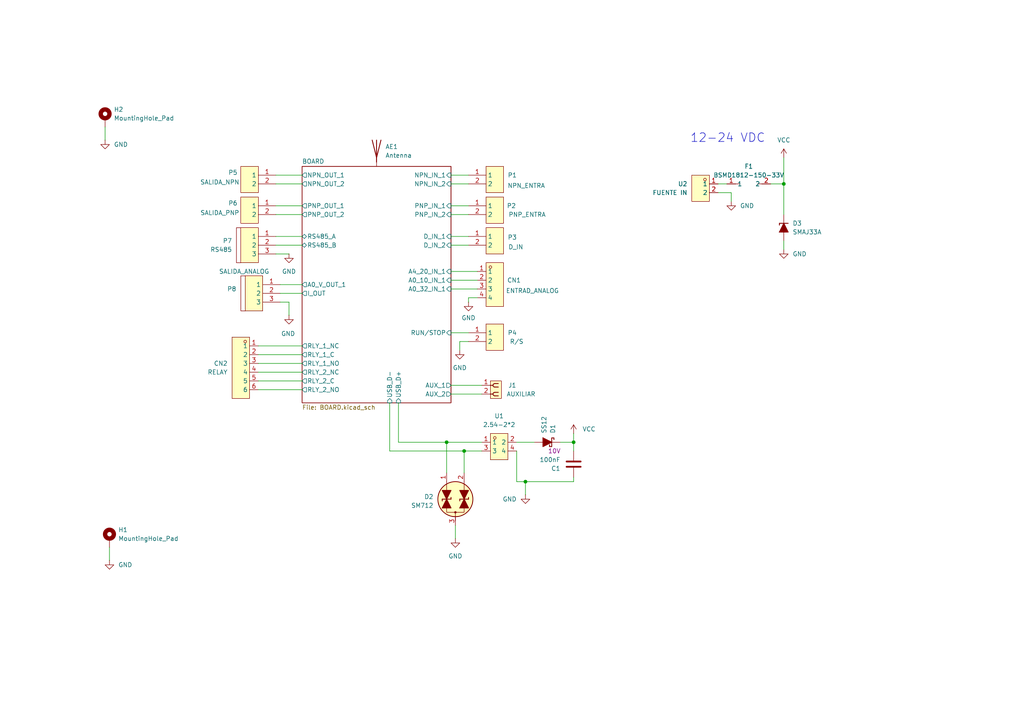
<source format=kicad_sch>
(kicad_sch (version 20250114) (generator "eeschema") (generator_version "9.0")
  (paper "A4")
  (lib_symbols
    (symbol "EasyEDA:2.54-2*2"
      (property "Reference" "U" (at 0 6.35 0))
      (property "Value" "2.54-2*2" (at 0 -6.35 0))
      (symbol "2.54-2*2_0_1"
        (rectangle (start -2.54 3.81) (end 2.54 -3.81) (fill (type background)))
        (circle (center -1.27 2.54) (radius 0.38))
        (pin unspecified line (at -5.08 1.27 0) (length 2.54) (name "1") (number "1"))
        (pin unspecified line (at -5.08 -1.27 0) (length 2.54) (name "3") (number "3"))
        (pin unspecified line (at 5.08 1.27 180) (length 2.54) (name "2") (number "2"))
        (pin unspecified line (at 5.08 -1.27 180) (length 2.54) (name "4") (number "4"))
      )
    )
    (symbol "EasyEDA:Antenna" (pin_numbers (hide yes)) (pin_names (offset 1.016) (hide yes))
      (property "Reference" "AE" (at -1.905 1.905 0))
      (property "Value" "Antenna" (at -1.905 0 0))
      (symbol "Antenna_0_1"
        (polyline (pts (xy 0 2.54) (xy 0 -3.81)) (stroke (width 0.254)))
        (polyline (pts (xy 1.27 2.54) (xy 0 -2.54) (xy -1.27 2.54)) (stroke (width 0.254)))
      )
      (symbol "Antenna_1_1"
        (pin input line (at 0 -5.08 90) (length 2.54) (name "A") (number "1"))
      )
    )
    (symbol "EasyEDA:BSMD1812-150-33V"
      (property "Reference" "F" (at 0 5.08 0))
      (property "Value" "BSMD1812-150-33V" (at 0 -5.08 0))
      (symbol "BSMD1812-150-33V_0_1"
        (polyline (pts (xy -2.54 0) (xy -1.27 0)))
        (polyline (pts (xy -1.27 0)) (fill (type background)))
        (polyline (pts (xy 3.81 0) (xy 5.08 0)))
        (pin unspecified line (at -5.08 0 0) (length 2.54) (name "1") (number "1"))
        (pin unspecified line (at 7.62 0 180) (length 2.54) (name "2") (number "2"))
      )
    )
    (symbol "EasyEDA:C_0603" (pin_numbers (hide yes)) (pin_names (offset 0.254))
      (property "Reference" "C" (at 0.635 2.54 0))
      (property "Value" "C_0603" (at 0.635 -2.54 0))
      (symbol "C_0603_0_1"
        (polyline (pts (xy -2.032 0.762) (xy 2.032 0.762)) (stroke (width 0.508)))
        (polyline (pts (xy -2.032 -0.762) (xy 2.032 -0.762)) (stroke (width 0.508)))
      )
      (symbol "C_0603_0_2"
        (polyline (pts (xy -2.54 -2.54) (xy -0.381 -0.381)))
        (polyline (pts (xy -0.508 -0.508) (xy -1.651 0.635)) (stroke (width 0.508)))
        (polyline (pts (xy -0.508 -0.508) (xy 0.635 -1.651)) (stroke (width 0.508)))
        (polyline (pts (xy 0.381 0.381) (xy 2.54 2.54)))
        (polyline (pts (xy 0.508 0.508) (xy -0.635 1.651)) (stroke (width 0.508)))
        (polyline (pts (xy 0.508 0.508) (xy 1.651 -0.635)) (stroke (width 0.508)))
      )
      (symbol "C_0603_1_1"
        (pin passive line (at 0 3.81 270) (length 2.794) (name "~") (number "1"))
        (pin passive line (at 0 -3.81 90) (length 2.794) (name "~") (number "2"))
      )
      (symbol "C_0603_1_2"
        (pin passive line (at -2.54 -2.54 90) (length 0) (name "~") (number "2"))
        (pin passive line (at 2.54 2.54 270) (length 0) (name "~") (number "1"))
      )
    )
    (symbol "EasyEDA:DB128V-5.08-4P-GN-S"
      (property "Reference" "CN" (at 0 8.89 0))
      (property "Value" "DB128V-5.08-4P-GN-S" (at 0 -8.89 0))
      (symbol "DB128V-5.08-4P-GN-S_0_1"
        (rectangle (start -2.54 6.35) (end 2.54 -6.35) (fill (type background)))
        (circle (center -1.27 5.08) (radius 0.38))
        (pin unspecified line (at -5.08 3.81 0) (length 2.54) (name "1") (number "1"))
        (pin unspecified line (at -5.08 1.27 0) (length 2.54) (name "2") (number "2"))
        (pin unspecified line (at -5.08 -1.27 0) (length 2.54) (name "3") (number "3"))
        (pin unspecified line (at -5.08 -3.81 0) (length 2.54) (name "4") (number "4"))
      )
    )
    (symbol "EasyEDA:DB128V-5.08-6P-GN-S"
      (property "Reference" "CN" (at 0 11.43 0))
      (property "Value" "DB128V-5.08-6P-GN-S" (at 0 -11.43 0))
      (symbol "DB128V-5.08-6P-GN-S_0_1"
        (rectangle (start -2.54 8.89) (end 2.54 -8.89) (fill (type background)))
        (circle (center -1.27 7.62) (radius 0.38))
        (pin unspecified line (at -5.08 6.35 0) (length 2.54) (name "1") (number "1"))
        (pin unspecified line (at -5.08 3.81 0) (length 2.54) (name "2") (number "2"))
        (pin unspecified line (at -5.08 1.27 0) (length 2.54) (name "3") (number "3"))
        (pin unspecified line (at -5.08 -1.27 0) (length 2.54) (name "4") (number "4"))
        (pin unspecified line (at -5.08 -3.81 0) (length 2.54) (name "5") (number "5"))
        (pin unspecified line (at -5.08 -6.35 0) (length 2.54) (name "6") (number "6"))
      )
    )
    (symbol "EasyEDA:GND" (power) (pin_numbers (hide yes)) (pin_names (offset 0) (hide yes))
      (property "Value" "GND" (at 0 -3.81 0))
      (symbol "GND_0_1"
        (polyline (pts (xy 0 0) (xy 0 -1.27) (xy 1.27 -1.27) (xy 0 -2.54) (xy -1.27 -1.27) (xy 0 -1.27)))
      )
      (symbol "GND_1_1"
        (pin power_in line (at 0 0 270) (length 0) (name "~") (number "1"))
      )
    )
    (symbol "EasyEDA:MountingHole_Pad" (pin_numbers (hide yes)) (pin_names (offset 1.016) (hide yes)) (in_bom no)
      (property "Reference" "H" (at 0 6.35 0))
      (property "Value" "MountingHole_Pad" (at 0 4.445 0))
      (symbol "MountingHole_Pad_0_1"
        (circle (center 0 1.27) (radius 1.27) (stroke (width 1.27)))
      )
      (symbol "MountingHole_Pad_1_1"
        (pin input line (at 0 -2.54 90) (length 2.54) (name "1") (number "1"))
      )
    )
    (symbol "EasyEDA:PINHD_1x2_Female"
      (property "Reference" "J" (at 0 7.62 0))
      (property "Value" "PINHD_1x2_Female" (at 0 5.08 0))
      (symbol "PINHD_1x2_Female_0_1"
        (rectangle (start -1.27 2.54) (end 1.905 -2.54) (fill (type background)))
        (polyline (pts (xy -1.27 1.27) (xy -0.508 1.27)) (stroke (width 0.25)))
        (polyline (pts (xy -1.27 -1.27) (xy -0.508 -1.27)) (stroke (width 0.25)))
        (polyline (pts (xy 0 1.778) (xy 1.016 1.778)) (stroke (width 0.25)))
        (arc (start -0.508 1.27) (mid -0.3592 1.6292) (end 0 1.778) (stroke (width 0.25)))
        (arc (start 0 0.762) (mid -0.3592 0.9108) (end -0.508 1.27) (stroke (width 0.25)))
        (polyline (pts (xy 0 0.762) (xy 1.016 0.762)) (stroke (width 0.25)))
        (polyline (pts (xy 0 -0.762) (xy 1.016 -0.762)) (stroke (width 0.25)))
        (arc (start -0.508 -1.27) (mid -0.3592 -0.9108) (end 0 -0.762) (stroke (width 0.25)))
        (arc (start 0 -1.778) (mid -0.3592 -1.6292) (end -0.508 -1.27) (stroke (width 0.25)))
        (polyline (pts (xy 0 -1.778) (xy 1.016 -1.778)) (stroke (width 0.25)))
      )
      (symbol "PINHD_1x2_Female_1_1"
        (pin passive line (at -3.81 1.27 0) (length 2.54) (name "") (number "1"))
        (pin passive line (at -3.81 -1.27 0) (length 2.54) (name "") (number "2"))
      )
    )
    (symbol "EasyEDA:SM712" (pin_names (offset 1.016) (hide yes))
      (property "Reference" "D" (at 0 8.89 0))
      (property "Value" "SM712" (at 0 6.35 0))
      (symbol "SM712_0_1"
        (polyline (pts (xy -6.35 0) (xy -3.81 0)))
        (circle (center -3.81 0) (radius 0.254) (fill (type outline)))
        (polyline (pts (xy -2.54 2.54) (xy -3.81 2.54) (xy -3.81 -2.54) (xy -2.54 -2.54)))
        (circle (center 0 0) (radius 5.08) (stroke (width 0.254)) (fill (type background)))
        (polyline (pts (xy 2.54 2.54) (xy 5.08 2.54)))
        (polyline (pts (xy 2.54 -2.54) (xy 5.08 -2.54)))
      )
      (symbol "SM712_0_2"
        (polyline (pts (xy -2.54 5.08) (xy -2.54 -5.08)) (stroke (width 0.254)))
        (polyline (pts (xy -2.54 0) (xy 0 0)))
        (polyline (pts (xy 0 6.35) (xy 0 7.62)))
        (arc (start -2.54 5.08) (mid 0 7.5976) (end 2.54 5.08) (stroke (width 0.254)))
        (polyline (pts (xy 0 1.27) (xy 0 -1.27)))
        (circle (center 0 0) (radius 0.254) (fill (type outline)))
        (arc (start 2.54 -5.08) (mid 0 -7.5976) (end -2.54 -5.08) (stroke (width 0.254)))
        (polyline (pts (xy 0 -6.35) (xy 0 -7.62)))
        (polyline (pts (xy 0 -7.62) (xy -1.016 -7.366) (xy -1.778 -6.858) (xy -2.286 -6.096) (xy -2.54 -5.588) (xy -2.54 5.334) (xy -2.286 6.096) (xy -2.032 6.604) (xy -1.524 7.112) (xy -0.254 7.62) (xy 0.254 7.62) (xy 1.524 7.112) (xy 2.032 6.604) (xy 2.286 6.096) (xy 2.54 5.334) (xy 2.54 0.254) (xy 2.54 -5.334) (xy 2.286 -6.096) (xy 2.032 -6.604) (xy 1.524 -7.112) (xy 1.016 -7.366) (xy 0 -7.62)) (stroke (width 0.01)) (fill (type background)))
        (polyline (pts (xy 2.54 -5.08) (xy 2.54 5.08)) (stroke (width 0.254)))
      )
      (symbol "SM712_1_1"
        (polyline (pts (xy -2.54 1.27) (xy -2.54 3.81) (xy 0 2.54) (xy -2.54 1.27)) (stroke (width 0.254)) (fill (type outline)))
        (polyline (pts (xy -2.54 -3.81) (xy -2.54 -1.27) (xy 0 -2.54) (xy -2.54 -3.81)) (stroke (width 0.254)) (fill (type outline)))
        (polyline (pts (xy -1.27 2.54) (xy 1.27 2.54)))
        (polyline (pts (xy -1.27 -2.54) (xy 1.27 -2.54)))
        (polyline (pts (xy 0 3.81) (xy 0.508 3.81)) (stroke (width 0.254)))
        (polyline (pts (xy 0 2.54) (xy 2.54 1.27) (xy 2.54 3.81) (xy 0 2.54)) (stroke (width 0.254)) (fill (type outline)))
        (polyline (pts (xy 0 1.27) (xy -0.508 1.27)) (stroke (width 0.254)))
        (polyline (pts (xy 0 1.27) (xy 0 3.81)) (stroke (width 0.254)))
        (polyline (pts (xy 0 -1.27) (xy 0.508 -1.27)) (stroke (width 0.254)))
        (polyline (pts (xy 0 -2.54) (xy 2.54 -3.81) (xy 2.54 -1.27) (xy 0 -2.54)) (stroke (width 0.254)) (fill (type outline)))
        (polyline (pts (xy 0 -3.81) (xy -0.508 -3.81)) (stroke (width 0.254)))
        (polyline (pts (xy 0 -3.81) (xy 0 -1.27)) (stroke (width 0.254)))
        (pin passive line (at -7.62 0 0) (length 2.54) (name "Com") (number "3"))
        (pin passive line (at 7.62 2.54 180) (length 2.54) (name "A2") (number "2"))
        (pin passive line (at 7.62 -2.54 180) (length 2.54) (name "A1") (number "1"))
      )
      (symbol "SM712_1_2"
        (polyline (pts (xy -1.27 3.81) (xy -1.27 4.318)) (stroke (width 0.254)))
        (polyline (pts (xy -1.27 -3.81) (xy -1.27 -3.302)) (stroke (width 0.254)))
        (polyline (pts (xy 0 3.81) (xy 1.27 6.35) (xy -1.27 6.35) (xy 0 3.81)) (stroke (width 0.254)) (fill (type outline)))
        (polyline (pts (xy 0 -3.81) (xy 1.27 -1.27) (xy -1.27 -1.27) (xy 0 -3.81)) (stroke (width 0.254)) (fill (type outline)))
        (polyline (pts (xy 1.27 3.81) (xy -1.27 3.81)) (stroke (width 0.254)))
        (polyline (pts (xy 1.27 3.81) (xy 1.27 3.302)) (stroke (width 0.254)))
        (polyline (pts (xy 1.27 1.27) (xy -1.27 1.27) (xy 0 3.81) (xy 1.27 1.27)) (stroke (width 0.254)) (fill (type outline)))
        (polyline (pts (xy 1.27 -3.81) (xy -1.27 -3.81)) (stroke (width 0.254)))
        (polyline (pts (xy 1.27 -3.81) (xy 1.27 -4.318)) (stroke (width 0.254)))
        (polyline (pts (xy 1.27 -6.35) (xy -1.27 -6.35) (xy 0 -3.81) (xy 1.27 -6.35)) (stroke (width 0.254)) (fill (type outline)))
        (pin passive line (at -5.08 0 0) (length 2.54) (name "Com") (number "3"))
        (pin passive line (at 0 10.16 270) (length 2.54) (name "A2") (number "2"))
        (pin passive line (at 0 -10.16 90) (length 2.54) (name "A1") (number "1"))
      )
    )
    (symbol "EasyEDA:SMAJ33A" (pin_numbers (hide yes)) (pin_names (offset 1.016) (hide yes))
      (property "Reference" "D" (at 0 5.08 0))
      (property "Value" "SMAJ33A" (at 0 2.54 0))
      (symbol "SMAJ33A_0_1"
        (polyline (pts (xy -1.27 1.27) (xy -1.27 -1.27) (xy 1.27 0) (xy -1.27 1.27)) (stroke (width 0.254)) (fill (type outline)))
        (polyline (pts (xy -1.27 0) (xy 1.27 0)))
        (polyline (pts (xy 1.27 1.27) (xy 0.762 1.27)) (stroke (width 0.254)))
        (polyline (pts (xy 1.27 -1.27) (xy 1.27 1.27)) (stroke (width 0.254)))
      )
      (symbol "SMAJ33A_0_2"
        (polyline (pts (xy -2.54 -2.54) (xy 2.54 2.54)))
        (polyline (pts (xy -0.889 -0.889) (xy -1.778 0) (xy 0.889 0.889) (xy 0 -1.778) (xy -0.889 -0.889)) (stroke (width 0.254)) (fill (type outline)))
        (polyline (pts (xy 0 1.778) (xy -0.381 1.397)) (stroke (width 0.254)))
        (polyline (pts (xy 0 1.778) (xy 1.778 0)) (stroke (width 0.254)))
      )
      (symbol "SMAJ33A_1_1"
        (pin passive line (at -3.81 0 0) (length 2.54) (name "A") (number "2"))
        (pin passive line (at 3.81 0 180) (length 2.54) (name "K") (number "1"))
      )
      (symbol "SMAJ33A_1_2"
        (pin passive line (at -2.54 -2.54 0) (length 0) (name "A") (number "2"))
        (pin passive line (at 2.54 2.54 180) (length 0) (name "K") (number "1"))
      )
    )
    (symbol "EasyEDA:SS12" (pin_numbers (hide yes)) (pin_names (offset 1.016) (hide yes))
      (property "Reference" "D" (at 0 5.08 0))
      (property "Value" "SS12" (at 0 2.54 0))
      (symbol "SS12_0_1"
        (polyline (pts (xy -1.27 0) (xy 1.27 0)))
        (polyline (pts (xy -1.27 -1.27) (xy -1.27 1.27) (xy 1.27 0) (xy -1.27 -1.27)) (stroke (width 0.254)) (fill (type outline)))
        (polyline (pts (xy 1.905 -0.762) (xy 1.905 -1.27) (xy 1.27 -1.27) (xy 1.27 1.27) (xy 0.635 1.27) (xy 0.635 0.762)) (stroke (width 0.254)))
      )
      (symbol "SS12_0_2"
        (polyline (pts (xy -2.54 -2.54) (xy 2.54 2.54)))
        (polyline (pts (xy -0.889 -0.889) (xy -1.778 0) (xy 0.889 0.889) (xy 0 -1.778) (xy -0.889 -0.889)) (stroke (width 0.254)) (fill (type outline)))
        (polyline (pts (xy 0 1.778) (xy 1.778 0)) (stroke (width 0.254)))
        (polyline (pts (xy 0 1.778) (xy -0.381 1.397) (xy 0 1.016)) (stroke (width 0.254)))
        (polyline (pts (xy 1.778 0) (xy 2.159 0.381) (xy 1.778 0.762)) (stroke (width 0.254)))
      )
      (symbol "SS12_1_1"
        (pin passive line (at -3.81 0 0) (length 2.54) (name "A") (number "2"))
        (pin passive line (at 3.81 0 180) (length 2.54) (name "K") (number "1"))
      )
      (symbol "SS12_1_2"
        (pin passive line (at -2.54 -2.54 0) (length 0) (name "A") (number "2"))
        (pin passive line (at 2.54 2.54 180) (length 0) (name "K") (number "1"))
      )
    )
    (symbol "EasyEDA:VCC" (power) (pin_numbers (hide yes)) (pin_names (offset 0) (hide yes))
      (property "Value" "VCC" (at 0 3.556 0))
      (symbol "VCC_0_1"
        (polyline (pts (xy -0.762 1.27) (xy 0 2.54)))
        (polyline (pts (xy 0 2.54) (xy 0.762 1.27)))
        (polyline (pts (xy 0 0) (xy 0 2.54)))
      )
      (symbol "VCC_1_1"
        (pin power_in line (at 0 0 90) (length 0) (name "~") (number "1"))
      )
    )
    (symbol "EasyEDA:WJ500V-5.08-2P-14-00A"
      (property "Reference" "P" (at 0 0 0))
      (property "Value" "WJ500V-5.08-2P-14-00A" (at 0 -10.16 0))
      (symbol "WJ500V-5.08-2P-14-00A_0_1"
        (rectangle (start -3.81 5.08) (end 3.81 0) (fill (type background)))
        (pin unspecified line (at -1.27 -5.08 90) (length 5.08) (name "1") (number "1"))
        (pin unspecified line (at 1.27 -5.08 90) (length 5.08) (name "2") (number "2"))
      )
    )
    (symbol "EasyEDA:WJ500V-5.08-3P-14-00A"
      (property "Reference" "P" (at 0 0 0))
      (property "Value" "WJ500V-5.08-3P-14-00A" (at 0 -10.16 0))
      (symbol "WJ500V-5.08-3P-14-00A_0_1"
        (rectangle (start -5.08 5.08) (end 5.08 0) (fill (type background)))
        (polyline (pts (xy -5.08 5.08) (xy -5.08 6.35) (xy 5.08 6.35) (xy 5.08 5.08)))
        (pin unspecified line (at -2.54 -5.08 90) (length 5.08) (name "1") (number "1"))
        (pin unspecified line (at 0 -5.08 90) (length 5.08) (name "2") (number "2"))
        (pin unspecified line (at 2.54 -5.08 90) (length 5.08) (name "3") (number "3"))
      )
    )
    (symbol "EasyEDA:XY126V-5.0-2P"
      (property "Reference" "U" (at 0 6.35 0))
      (property "Value" "XY126V-5.0-2P" (at 0 -6.35 0))
      (symbol "XY126V-5.0-2P_0_1"
        (rectangle (start -2.54 3.81) (end 2.54 -3.81) (fill (type background)))
        (circle (center -1.27 2.54) (radius 0.38))
        (pin unspecified line (at -5.08 1.27 0) (length 2.54) (name "1") (number "1"))
        (pin unspecified line (at -5.08 -1.27 0) (length 2.54) (name "2") (number "2"))
      )
    )
  )
  (text "12-24 VDC" (at 211.074 40.132 0) (effects (font (size 2.5 2.5))))
  (junction (at 134.62 130.81))
  (junction (at 129.54 128.27))
  (junction (at 166.37 128.27))
  (junction (at 152.4 139.7))
  (junction (at 227.33 53.34))
  (wire (pts (xy 139.7 111.76) (xy 130.81 111.76)))
  (wire (pts (xy 135.89 86.36) (xy 138.43 86.36)))
  (wire (pts (xy 132.08 152.4) (xy 132.08 156.21)))
  (wire (pts (xy 83.82 87.63) (xy 83.82 91.44)))
  (wire (pts (xy 87.63 113.03) (xy 74.93 113.03)))
  (wire (pts (xy 133.35 99.06) (xy 133.35 101.6)))
  (wire (pts (xy 133.35 99.06) (xy 135.89 99.06)))
  (wire (pts (xy 212.09 55.88) (xy 208.28 55.88)))
  (wire (pts (xy 130.81 71.12) (xy 135.89 71.12)))
  (wire (pts (xy 149.86 130.81) (xy 149.86 139.7)))
  (wire (pts (xy 227.33 72.39) (xy 227.33 69.85)))
  (wire (pts (xy 135.89 62.23) (xy 130.81 62.23)))
  (wire (pts (xy 31.75 158.75) (xy 31.75 162.56)))
  (wire (pts (xy 130.81 50.8) (xy 135.89 50.8)))
  (wire (pts (xy 152.4 143.51) (xy 152.4 139.7)))
  (wire (pts (xy 30.48 36.83) (xy 30.48 40.64)))
  (wire (pts (xy 227.33 45.72) (xy 227.33 53.34)))
  (wire (pts (xy 87.63 107.95) (xy 74.93 107.95)))
  (wire (pts (xy 80.01 50.8) (xy 87.63 50.8)))
  (wire (pts (xy 138.43 78.74) (xy 130.81 78.74)))
  (wire (pts (xy 208.28 53.34) (xy 210.82 53.34)))
  (wire (pts (xy 80.01 53.34) (xy 87.63 53.34)))
  (wire (pts (xy 227.33 53.34) (xy 227.33 62.23)))
  (wire (pts (xy 134.62 130.81) (xy 134.62 137.16)))
  (wire (pts (xy 166.37 139.7) (xy 152.4 139.7)))
  (wire (pts (xy 87.63 102.87) (xy 74.93 102.87)))
  (wire (pts (xy 115.57 128.27) (xy 129.54 128.27)))
  (wire (pts (xy 154.94 128.27) (xy 149.86 128.27)))
  (wire (pts (xy 83.82 87.63) (xy 81.28 87.63)))
  (wire (pts (xy 223.52 53.34) (xy 227.33 53.34)))
  (wire (pts (xy 166.37 128.27) (xy 166.37 130.81)))
  (wire (pts (xy 135.89 86.36) (xy 135.89 87.63)))
  (wire (pts (xy 139.7 130.81) (xy 134.62 130.81)))
  (wire (pts (xy 138.43 81.28) (xy 130.81 81.28)))
  (wire (pts (xy 80.01 71.12) (xy 87.63 71.12)))
  (wire (pts (xy 166.37 128.27) (xy 162.56 128.27)))
  (wire (pts (xy 129.54 128.27) (xy 129.54 137.16)))
  (wire (pts (xy 83.82 73.66) (xy 80.01 73.66)))
  (wire (pts (xy 115.57 128.27) (xy 115.57 116.84)))
  (wire (pts (xy 87.63 59.69) (xy 80.01 59.69)))
  (wire (pts (xy 130.81 68.58) (xy 135.89 68.58)))
  (wire (pts (xy 149.86 139.7) (xy 152.4 139.7)))
  (wire (pts (xy 139.7 114.3) (xy 130.81 114.3)))
  (wire (pts (xy 139.7 128.27) (xy 129.54 128.27)))
  (wire (pts (xy 113.03 130.81) (xy 113.03 116.84)))
  (wire (pts (xy 87.63 105.41) (xy 74.93 105.41)))
  (wire (pts (xy 80.01 68.58) (xy 87.63 68.58)))
  (wire (pts (xy 138.43 83.82) (xy 130.81 83.82)))
  (wire (pts (xy 130.81 53.34) (xy 135.89 53.34)))
  (wire (pts (xy 113.03 130.81) (xy 134.62 130.81)))
  (wire (pts (xy 212.09 58.42) (xy 212.09 55.88)))
  (wire (pts (xy 87.63 100.33) (xy 74.93 100.33)))
  (wire (pts (xy 81.28 85.09) (xy 87.63 85.09)))
  (wire (pts (xy 166.37 125.73) (xy 166.37 128.27)))
  (wire (pts (xy 87.63 62.23) (xy 80.01 62.23)))
  (wire (pts (xy 81.28 82.55) (xy 87.63 82.55)))
  (wire (pts (xy 166.37 138.43) (xy 166.37 139.7)))
  (wire (pts (xy 87.63 110.49) (xy 74.93 110.49)))
  (wire (pts (xy 135.89 96.52) (xy 130.81 96.52)))
  (wire (pts (xy 135.89 59.69) (xy 130.81 59.69)))
  (symbol (lib_id "EasyEDA:GND") (at 132.08 156.21 0) (mirror y) (unit 1)
    (property "Reference" "#PWR03" (effects (hide yes)))
    (property "Value" "GND" (at 132.08 161.29 0))
    (property "Description" "Power symbol creates a global label with name \"GND\" , ground" (effects (hide yes)))
  )
  (symbol (lib_id "EasyEDA:WJ500V-5.08-3P-14-00A") (at 74.93 71.12 90) (mirror x) (unit 1)
    (property "Reference" "P7" (at 67.31 69.8499 90) (effects (justify left)))
    (property "Value" "RS485" (at 67.31 72.3899 90) (effects (justify left)))
    (property "Footprint" "EasyEDA:CONN-TH_3P-P5.00_WJ500V-5.08-3P" (effects (hide yes)))
    (property "Datasheet" "https://lcsc.com/product-detail/Terminal-Blocks_WJ500V-5-08-3P_C72334.html" (effects (hide yes)))
    (property "LCSC Part" "C72334" (effects (hide yes)))
  )
  (symbol (lib_id "EasyEDA:XY126V-5.0-2P") (at 203.2 54.61 0) (mirror y) (unit 1)
    (property "Reference" "U2" (at 199.39 53.3399 0) (effects (justify left)))
    (property "Value" "FUENTE IN" (at 199.39 55.8799 0) (effects (justify left)))
    (property "Footprint" "EasyEDA:CONN-TH_XY126V-5.0-2P" (effects (hide yes)))
    (property "Datasheet" "https://lcsc.com/product-detail/Screw-terminal_XY126V-5-0-2P_C557646.html" (effects (hide yes)))
    (property "LCSC Part" "C557646" (effects (hide yes)))
  )
  (symbol (lib_id "EasyEDA:GND") (at 227.33 72.39 0) (unit 1)
    (property "Reference" "#PWR012" (effects (hide yes)))
    (property "Value" "GND" (at 229.87 73.6599 0) (effects (justify left)))
    (property "Description" "Power symbol creates a global label with name \"GND\" , ground" (effects (hide yes)))
  )
  (symbol (lib_id "EasyEDA:WJ500V-5.08-2P-14-00A") (at 140.97 52.07 270) (unit 1)
    (property "Reference" "P1" (at 148.59 50.8 90))
    (property "Value" "NPN_ENTRA" (at 152.654 53.848 90))
    (property "Footprint" "EasyEDA:CONN-TH_XY126V-5.0-2P" (effects (hide yes)))
    (property "Datasheet" "https://lcsc.com/product-detail/Terminal-Blocks_WJ500V-5-08-2P_C8465.html" (effects (hide yes)))
    (property "LCSC Part" "C8465" (effects (hide yes)))
  )
  (symbol (lib_id "EasyEDA:BSMD1812-150-33V") (at 215.9 53.34 0) (unit 1)
    (property "Reference" "F1" (at 217.17 48.26 0))
    (property "Value" "BSMD1812-150-33V" (at 217.17 50.8 0))
    (property "Footprint" "EasyEDA:F1812" (effects (hide yes)))
    (property "Datasheet" "https://lcsc.com/product-detail/PTC-Resettable-Fuses_BHFUSE-BSMD1812-150-33V_C883154.html" (effects (hide yes)))
    (property "LCSC Part" "C883154" (effects (hide yes)))
  )
  (symbol (lib_id "EasyEDA:WJ500V-5.08-2P-14-00A") (at 74.93 60.96 90) (mirror x) (unit 1)
    (property "Reference" "P6" (at 67.564 58.928 90))
    (property "Value" "SALIDA_PNP" (at 63.754 61.722 90))
    (property "Footprint" "EasyEDA:CONN-TH_XY126V-5.0-2P" (effects (hide yes)))
    (property "Datasheet" "https://lcsc.com/product-detail/Terminal-Blocks_WJ500V-5-08-2P_C8465.html" (effects (hide yes)))
    (property "LCSC Part" "C8465" (effects (hide yes)))
  )
  (symbol (lib_id "EasyEDA:GND") (at 83.82 91.44 0) (mirror y) (unit 1)
    (property "Reference" "#PWR07" (effects (hide yes)))
    (property "Value" "GND" (at 83.566 96.774 0))
    (property "Description" "Power symbol creates a global label with name \"GND\" , ground" (effects (hide yes)))
  )
  (symbol (lib_id "EasyEDA:DB128V-5.08-6P-GN-S") (at 69.85 106.68 0) (mirror y) (unit 1)
    (property "Reference" "CN2" (at 66.04 105.4099 0) (effects (justify left)))
    (property "Value" "RELAY" (at 66.04 107.9499 0) (effects (justify left)))
    (property "Footprint" "EasyEDA:CONN-TH_DB126V-5.0-6P-GN" (effects (hide yes)))
    (property "LCSC Part" "C2915642" (effects (hide yes)))
  )
  (symbol (lib_id "EasyEDA:GND") (at 152.4 143.51 0) (mirror y) (unit 1)
    (property "Reference" "#PWR01" (effects (hide yes)))
    (property "Value" "GND" (at 149.86 144.7799 0) (effects (justify left)))
    (property "Description" "Power symbol creates a global label with name \"GND\" , ground" (effects (hide yes)))
  )
  (symbol (lib_id "EasyEDA:MountingHole_Pad") (at 31.75 156.21 0) (unit 1) (in_bom no)
    (property "Reference" "H1" (at 34.29 153.6699 0) (effects (justify left)))
    (property "Value" "MountingHole_Pad" (at 34.29 156.2099 0) (effects (justify left)))
    (property "Footprint" "MountingHole:MountingHole_3.2mm_M3_Pad_Via" (effects (hide yes)))
    (property "Description" "Mounting Hole with connection" (effects (hide yes)))
  )
  (symbol (lib_id "EasyEDA:MountingHole_Pad") (at 30.48 34.29 0) (unit 1) (in_bom no)
    (property "Reference" "H2" (at 33.02 31.7499 0) (effects (justify left)))
    (property "Value" "MountingHole_Pad" (at 33.02 34.2899 0) (effects (justify left)))
    (property "Footprint" "MountingHole:MountingHole_3.2mm_M3_Pad_Via" (effects (hide yes)))
    (property "Description" "Mounting Hole with connection" (effects (hide yes)))
  )
  (symbol (lib_id "EasyEDA:GND") (at 133.35 101.6 0) (mirror y) (unit 1)
    (property "Reference" "#PWR05" (effects (hide yes)))
    (property "Value" "GND" (at 133.35 106.68 0))
    (property "Description" "Power symbol creates a global label with name \"GND\" , ground" (effects (hide yes)))
  )
  (symbol (lib_id "EasyEDA:SS12") (at 158.75 128.27 0) (mirror x) (unit 1)
    (property "Reference" "D1" (at 160.3376 125.73 90) (effects (justify right)))
    (property "Value" "SS12" (at 157.7976 125.73 90) (effects (justify right)))
    (property "Footprint" "PCM_Diode_SMD_AKL:D_SMA" (effects (hide yes)))
    (property "Datasheet" "https://www.tme.eu/Document/39e1c2d2c354f63d74e9a2edb2156b4b/SS14-E3_61T.pdf" (effects (hide yes)))
    (property "Description" "SMA Schottky diode, 20V, 1A, Alternate KiCAD Library" (effects (hide yes)))
  )
  (symbol (lib_id "EasyEDA:GND") (at 135.89 87.63 0) (mirror y) (unit 1)
    (property "Reference" "#PWR04" (effects (hide yes)))
    (property "Value" "GND" (at 135.89 92.202 0))
    (property "Description" "Power symbol creates a global label with name \"GND\" , ground" (effects (hide yes)))
  )
  (symbol (lib_id "EasyEDA:GND") (at 83.82 73.66 0) (mirror y) (unit 1)
    (property "Reference" "#PWR06" (effects (hide yes)))
    (property "Value" "GND" (at 83.82 78.74 0))
    (property "Description" "Power symbol creates a global label with name \"GND\" , ground" (effects (hide yes)))
  )
  (symbol (lib_id "EasyEDA:GND") (at 212.09 58.42 0) (unit 1)
    (property "Reference" "#PWR09" (effects (hide yes)))
    (property "Value" "GND" (at 214.63 59.6899 0) (effects (justify left)))
    (property "Description" "Power symbol creates a global label with name \"GND\" , ground" (effects (hide yes)))
  )
  (symbol (lib_id "EasyEDA:WJ500V-5.08-2P-14-00A") (at 140.97 60.96 270) (unit 1)
    (property "Reference" "P2" (at 148.336 59.69 90))
    (property "Value" "PNP_ENTRA" (at 152.908 62.23 90))
    (property "Footprint" "EasyEDA:CONN-TH_XY126V-5.0-2P" (effects (hide yes)))
    (property "Datasheet" "https://lcsc.com/product-detail/Terminal-Blocks_WJ500V-5-08-2P_C8465.html" (effects (hide yes)))
    (property "LCSC Part" "C8465" (effects (hide yes)))
  )
  (symbol (lib_id "EasyEDA:PINHD_1x2_Female") (at 143.51 113.03 0) (unit 1)
    (property "Reference" "J1" (at 148.59 111.76 0))
    (property "Value" "AUXILIAR" (at 151.13 114.3 0))
    (property "Footprint" "Connector_PinSocket_2.54mm:PinSocket_1x02_P2.54mm_Vertical" (effects (hide yes)))
    (property "Description" "Pin Header female with pin space 2.54mm. Pin Count -2" (effects (hide yes)))
  )
  (symbol (lib_id "EasyEDA:Antenna") (at 109.22 43.18 0) (unit 1) (exclude_from_sim yes) (in_bom no) (on_board no)
    (property "Reference" "AE1" (at 111.76 42.5449 0) (effects (justify left)))
    (property "Value" "Antenna" (at 111.76 45.0849 0) (effects (justify left)))
    (property "Description" "Antenna" (effects (hide yes)))
  )
  (symbol (lib_id "EasyEDA:VCC") (at 227.33 45.72 0) (unit 1)
    (property "Reference" "#PWR011" (effects (hide yes)))
    (property "Value" "VCC" (at 227.33 40.64 0))
    (property "Description" "Power symbol creates a global label with name \"VCC\"" (effects (hide yes)))
  )
  (symbol (lib_id "EasyEDA:2.54-2*2") (at 144.78 129.54 0) (unit 1)
    (property "Reference" "U1" (at 144.78 120.65 0))
    (property "Value" "2.54-2*2" (at 144.78 123.19 0))
    (property "Footprint" "Connector_PinHeader_2.54mm:PinHeader_2x02_P2.54mm_Vertical" (effects (hide yes)))
    (property "LCSC Part" "C2977590" (effects (hide yes)))
  )
  (symbol (lib_id "EasyEDA:GND") (at 30.48 40.64 0) (unit 1)
    (property "Reference" "#PWR010" (effects (hide yes)))
    (property "Value" "GND" (at 33.02 41.9099 0) (effects (justify left)))
    (property "Description" "Power symbol creates a global label with name \"GND\" , ground" (effects (hide yes)))
  )
  (symbol (lib_id "EasyEDA:C_0603") (at 166.37 134.62 180) (unit 1)
    (property "Reference" "C1" (at 162.56 135.8901 0) (effects (justify left)))
    (property "Value" "100nF" (at 162.56 133.3501 0) (effects (justify left)))
    (property "Footprint" "PCM_Capacitor_SMD_AKL:C_0603_1608Metric" (effects (hide yes)))
    (property "Description" "SMD 0603 MLCC capacitor, Alternate KiCad Library" (effects (hide yes)))
    (property "Vol" "10V" (at 160.782 130.81 0))
  )
  (symbol (lib_id "EasyEDA:SM712") (at 132.08 144.78 270) (mirror x) (unit 1)
    (property "Reference" "D2" (at 125.73 144.0814 90) (effects (justify right)))
    (property "Value" "SM712" (at 125.73 146.6214 90) (effects (justify right)))
    (property "Footprint" "PCM_Package_TO_SOT_SMD_AKL:SOT-23" (effects (hide yes)))
    (property "Datasheet" "https://www.tme.eu/Document/75933fc1842e5f5f3391c0542bf992c7/SM712.pdf" (effects (hide yes)))
    (property "Description" "SOT-23 Dual bidirectional TVS diode, 12V/7V, 600W, Alternate KiCAD Library" (effects (hide yes)))
  )
  (symbol (lib_id "EasyEDA:WJ500V-5.08-2P-14-00A") (at 140.97 97.79 270) (unit 1)
    (property "Reference" "P4" (at 148.59 96.52 90))
    (property "Value" "R/S" (at 149.86 99.06 90))
    (property "Footprint" "EasyEDA:CONN-TH_XY126V-5.0-2P" (effects (hide yes)))
    (property "Datasheet" "https://lcsc.com/product-detail/Terminal-Blocks_WJ500V-5-08-2P_C8465.html" (effects (hide yes)))
    (property "LCSC Part" "C8465" (effects (hide yes)))
  )
  (symbol (lib_id "EasyEDA:WJ500V-5.08-3P-14-00A") (at 76.2 85.09 90) (mirror x) (unit 1)
    (property "Reference" "P8" (at 68.58 83.8199 90) (effects (justify left)))
    (property "Value" "SALIDA_ANALOG" (at 63.5 78.74 90) (effects (justify right)))
    (property "Footprint" "EasyEDA:CONN-TH_3P-P5.00_WJ500V-5.08-3P" (effects (hide yes)))
    (property "Datasheet" "https://lcsc.com/product-detail/Terminal-Blocks_WJ500V-5-08-3P_C72334.html" (effects (hide yes)))
    (property "LCSC Part" "C72334" (effects (hide yes)))
  )
  (symbol (lib_id "EasyEDA:WJ500V-5.08-2P-14-00A") (at 74.93 52.07 90) (mirror x) (unit 1)
    (property "Reference" "P5" (at 67.564 50.038 90))
    (property "Value" "SALIDA_NPN" (at 63.754 52.832 90))
    (property "Footprint" "EasyEDA:CONN-TH_XY126V-5.0-2P" (effects (hide yes)))
    (property "Datasheet" "https://lcsc.com/product-detail/Terminal-Blocks_WJ500V-5-08-2P_C8465.html" (effects (hide yes)))
    (property "LCSC Part" "C8465" (effects (hide yes)))
  )
  (symbol (lib_id "EasyEDA:SMAJ33A") (at 227.33 66.04 90) (unit 1)
    (property "Reference" "D3" (at 229.87 64.7699 90) (effects (justify right)))
    (property "Value" "SMAJ33A" (at 229.87 67.3099 90) (effects (justify right)))
    (property "Footprint" "PCM_Diode_SMD_AKL:D_SMA" (effects (hide yes)))
    (property "Datasheet" "https://www.tme.eu/Document/dbc72d81c249fe51b6ab42300e8e06d0/SMAJ_ser.pdf" (effects (hide yes)))
    (property "Description" "SMA Unidirectional TVS diode, 33V, 400W, Alternate KiCAD Library" (effects (hide yes)))
  )
  (symbol (lib_id "EasyEDA:DB128V-5.08-4P-GN-S") (at 143.51 82.55 0) (unit 1)
    (property "Reference" "CN1" (at 149.098 81.28 0))
    (property "Value" "ENTRAD_ANALOG" (at 154.432 84.328 0))
    (property "Footprint" "EasyEDA:CONN-TH_DB128V-5.0-4P" (effects (hide yes)))
    (property "LCSC Part" "C2915641" (effects (hide yes)))
  )
  (symbol (lib_id "EasyEDA:VCC") (at 166.37 125.73 0) (unit 1)
    (property "Reference" "#PWR02" (effects (hide yes)))
    (property "Value" "VCC" (at 168.91 124.4599 0) (effects (justify left)))
    (property "Description" "Power symbol creates a global label with name \"VCC\"" (effects (hide yes)))
  )
  (symbol (lib_id "EasyEDA:WJ500V-5.08-2P-14-00A") (at 140.97 69.85 270) (unit 1)
    (property "Reference" "P3" (at 148.59 68.834 90))
    (property "Value" "D_IN" (at 149.606 71.628 90))
    (property "Footprint" "EasyEDA:CONN-TH_XY126V-5.0-2P" (effects (hide yes)))
    (property "Datasheet" "https://lcsc.com/product-detail/Terminal-Blocks_WJ500V-5-08-2P_C8465.html" (effects (hide yes)))
    (property "LCSC Part" "C8465" (effects (hide yes)))
  )
  (symbol (lib_id "EasyEDA:GND") (at 31.75 162.56 0) (unit 1)
    (property "Reference" "#PWR08" (effects (hide yes)))
    (property "Value" "GND" (at 34.29 163.8299 0) (effects (justify left)))
    (property "Description" "Power symbol creates a global label with name \"GND\" , ground" (effects (hide yes)))
  )
  (sheet (at 87.63 48.26) (size 43.18 68.58) (stroke (width 0.1524))
    (property "Sheetname" "BOARD" (at 87.63 47.5484 0) (effects (justify left bottom)))
    (property "Sheetfile" "BOARD.kicad_sch" (at 87.63 117.4246 0) (effects (justify left top)))
    (pin "A0_10_IN_1" input (at 130.81 81.28 0))
    (pin "A0_32_IN_1" input (at 130.81 83.82 0))
    (pin "A0_V_OUT_1" output (at 87.63 82.55 180))
    (pin "A4_20_IN_1" input (at 130.81 78.74 0))
    (pin "AUX_1" output (at 130.81 111.76 0))
    (pin "AUX_2" output (at 130.81 114.3 0))
    (pin "D_IN_1" input (at 130.81 68.58 0))
    (pin "D_IN_2" input (at 130.81 71.12 0))
    (pin "I_OUT" output (at 87.63 85.09 180))
    (pin "NPN_IN_1" input (at 130.81 50.8 0))
    (pin "NPN_IN_2" input (at 130.81 53.34 0))
    (pin "NPN_OUT_1" output (at 87.63 50.8 180))
    (pin "NPN_OUT_2" output (at 87.63 53.34 180))
    (pin "PNP_IN_1" input (at 130.81 59.69 0))
    (pin "PNP_IN_2" input (at 130.81 62.23 0))
    (pin "PNP_OUT_1" output (at 87.63 59.69 180))
    (pin "PNP_OUT_2" output (at 87.63 62.23 180))
    (pin "RLY_1_C" output (at 87.63 102.87 180))
    (pin "RLY_1_NC" output (at 87.63 100.33 180))
    (pin "RLY_1_NO" output (at 87.63 105.41 180))
    (pin "RLY_2_C" output (at 87.63 110.49 180))
    (pin "RLY_2_NC" output (at 87.63 107.95 180))
    (pin "RLY_2_NO" output (at 87.63 113.03 180))
    (pin "RS485_A" bidirectional (at 87.63 68.58 180))
    (pin "RS485_B" bidirectional (at 87.63 71.12 180))
    (pin "RUN{slash}STOP" input (at 130.81 96.52 0))
    (pin "USB_D+" input (at 115.57 116.84 270))
    (pin "USB_D-" input (at 113.03 116.84 270))
  )
)
</source>
